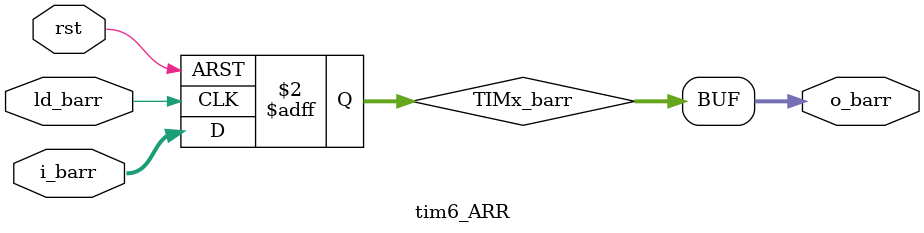
<source format=v>
module tim6_ARR(
    input wire rst,

    input wire ld_barr,

    input wire [15:0] i_barr,

    output wire [15:0] o_barr

    );

reg [15:0]TIMx_barr;


assign o_barr = TIMx_barr;


always @(posedge ld_barr or posedge rst) begin
    if (rst) begin
        TIMx_barr <= 16'hffff;
    end
    else begin
        TIMx_barr <= i_barr;
    end
end 

endmodule
</source>
